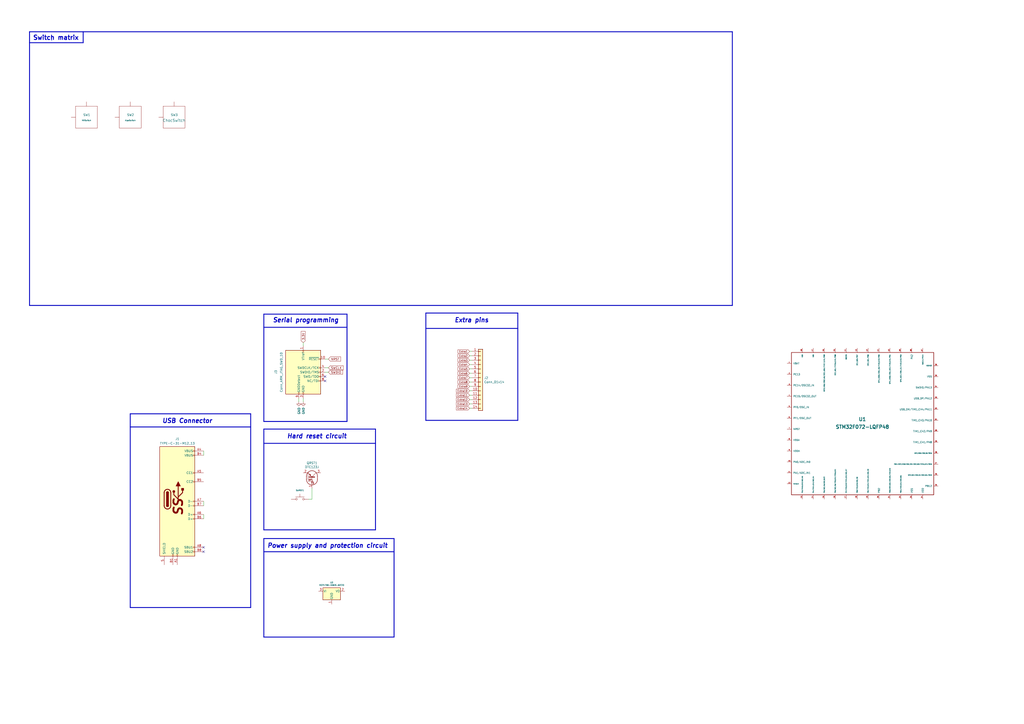
<source format=kicad_sch>
(kicad_sch (version 20230121) (generator eeschema)
  (paper "A2")
  (title_block (title "ArcticPCB") (date "2019-09-21") (rev "pre-Alpha") (company "Designed by Gondolindrim in Partnership with ArcticFox") (comment 1 "Acheron 40-SM-O-MX-TH-WI codename SharkPCB"))
  (lib_symbols
    (symbol "Connector:Conn_ARM_JTAG_SWD_10" (pin_names (offset 1.016))
      (property "Reference" "J" (at -2.54 16.51 0))
      (property "Value" "Conn_ARM_JTAG_SWD_10" (at -2.54 13.97 0))
      (symbol "Conn_ARM_JTAG_SWD_10_0_1"
        (rectangle (start -10.16 12.7) (end 10.16 -12.7) (stroke (width 0.254)) (fill (type background)))
        (rectangle (start -2.794 -12.7) (end -2.286 -11.684))
        (rectangle (start -0.254 -12.7) (end 0.254 -11.684))
        (rectangle (start -0.254 12.7) (end 0.254 11.684))
        (rectangle (start 9.144 2.286) (end 10.16 2.794))
        (rectangle (start 10.16 -2.794) (end 9.144 -2.286))
        (rectangle (start 10.16 -0.254) (end 9.144 0.254))
        (rectangle (start 10.16 7.874) (end 9.144 7.366))
      )
      (symbol "Conn_ARM_JTAG_SWD_10_1_1"
        (rectangle (start 9.144 -5.334) (end 10.16 -4.826))
        (pin power_in line (at 0 15.24 270) (length 2.54) (name "VTref") (number "1"))
        (pin open_collector line (at 12.7 7.62 180) (length 2.54) (name "~{RESET}") (number "10"))
        (pin bidirectional line (at 12.7 0 180) (length 2.54) (name "SWDIO/TMS") (number "2"))
        (pin power_in line (at 0 -15.24 90) (length 2.54) (name "GND") (number "3"))
        (pin output line (at 12.7 2.54 180) (length 2.54) (name "SWDCLK/TCK") (number "4"))
        (pin passive line (at 0 -15.24 90) (length 2.54) hide (name "GND") (number "5"))
        (pin input line (at 12.7 -2.54 180) (length 2.54) (name "SWO/TDO") (number "6"))
        (pin no_connect line (at -10.16 0 0) (length 2.54) hide (name "KEY") (number "7"))
        (pin output line (at 12.7 -5.08 180) (length 2.54) (name "NC/TDI") (number "8"))
        (pin passive line (at -2.54 -15.24 90) (length 2.54) (name "GNDDetect") (number "9"))
      )
    )
    (symbol "Connector_Generic:Conn_01x14" (pin_names (offset 1.016) hide)
      (property "Reference" "J" (at 0 17.78 0))
      (property "Value" "Conn_01x14" (at 0 -20.32 0))
      (symbol "Conn_01x14_1_1"
        (rectangle (start -1.27 -17.653) (end 0 -17.907) (stroke (width 0.1524)))
        (rectangle (start -1.27 -15.113) (end 0 -15.367) (stroke (width 0.1524)))
        (rectangle (start -1.27 -12.573) (end 0 -12.827) (stroke (width 0.1524)))
        (rectangle (start -1.27 -10.033) (end 0 -10.287) (stroke (width 0.1524)))
        (rectangle (start -1.27 -7.493) (end 0 -7.747) (stroke (width 0.1524)))
        (rectangle (start -1.27 -4.953) (end 0 -5.207) (stroke (width 0.1524)))
        (rectangle (start -1.27 -2.413) (end 0 -2.667) (stroke (width 0.1524)))
        (rectangle (start -1.27 0.127) (end 0 -0.127) (stroke (width 0.1524)))
        (rectangle (start -1.27 2.667) (end 0 2.413) (stroke (width 0.1524)))
        (rectangle (start -1.27 5.207) (end 0 4.953) (stroke (width 0.1524)))
        (rectangle (start -1.27 7.747) (end 0 7.493) (stroke (width 0.1524)))
        (rectangle (start -1.27 10.287) (end 0 10.033) (stroke (width 0.1524)))
        (rectangle (start -1.27 12.827) (end 0 12.573) (stroke (width 0.1524)))
        (rectangle (start -1.27 15.367) (end 0 15.113) (stroke (width 0.1524)))
        (rectangle (start -1.27 16.51) (end 1.27 -19.05) (stroke (width 0.254)) (fill (type background)))
        (pin passive line (at -5.08 15.24 0) (length 3.81) (name "Pin_1") (number "1"))
        (pin passive line (at -5.08 -7.62 0) (length 3.81) (name "Pin_10") (number "10"))
        (pin passive line (at -5.08 -10.16 0) (length 3.81) (name "Pin_11") (number "11"))
        (pin passive line (at -5.08 -12.7 0) (length 3.81) (name "Pin_12") (number "12"))
        (pin passive line (at -5.08 -15.24 0) (length 3.81) (name "Pin_13") (number "13"))
        (pin passive line (at -5.08 -17.78 0) (length 3.81) (name "Pin_14") (number "14"))
        (pin passive line (at -5.08 12.7 0) (length 3.81) (name "Pin_2") (number "2"))
        (pin passive line (at -5.08 10.16 0) (length 3.81) (name "Pin_3") (number "3"))
        (pin passive line (at -5.08 7.62 0) (length 3.81) (name "Pin_4") (number "4"))
        (pin passive line (at -5.08 5.08 0) (length 3.81) (name "Pin_5") (number "5"))
        (pin passive line (at -5.08 2.54 0) (length 3.81) (name "Pin_6") (number "6"))
        (pin passive line (at -5.08 0 0) (length 3.81) (name "Pin_7") (number "7"))
        (pin passive line (at -5.08 -2.54 0) (length 3.81) (name "Pin_8") (number "8"))
        (pin passive line (at -5.08 -5.08 0) (length 3.81) (name "Pin_9") (number "9"))
      )
    )
    (symbol "Switch:SW_Push" (pin_numbers hide) (pin_names (offset 1.016) hide)
      (property "Reference" "SW" (at 1.27 2.54 0))
      (property "Value" "SW_Push" (at 0 -1.524 0))
      (symbol "SW_Push_0_1"
        (circle (center -2.032 0) (radius 0.508))
        (polyline (pts (xy 0 1.27) (xy 0 3.048)))
        (polyline (pts (xy 2.54 1.27) (xy -2.54 1.27)))
        (circle (center 2.032 0) (radius 0.508))
        (pin passive line (at -5.08 0 0) (length 2.54) (name "1") (number "1"))
        (pin passive line (at 5.08 0 180) (length 2.54) (name "2") (number "2"))
      )
    )
    (symbol "Transistor_BJT:DTC123J" (pin_names (offset 0) hide)
      (property "Reference" "Q" (at 5.08 1.905 0))
      (property "Value" "DTC123J" (at 5.08 0 0))
      (symbol "DTC123J_0_0"
        (text "2k2" (at -3.302 0.889 0) (effects (font (size 0.508 0.508))))
        (text "47k" (at -2.159 -1.524 900) (effects (font (size 0.508 0.508))))
      )
      (symbol "DTC123J_0_1"
        (circle (center -1.27 0) (radius 0.127))
        (arc (start -1.27 3.175) (mid -4.4312 0) (end -1.27 -3.175) (stroke (width 0.254)))
        (polyline (pts (xy -3.429 0) (xy -3.81 0)))
        (polyline (pts (xy -1.27 -3.175) (xy 0.635 -3.175)) (stroke (width 0.254)))
        (polyline (pts (xy -1.27 3.175) (xy 0.635 3.175)) (stroke (width 0.254)))
        (polyline (pts (xy 0 -0.254) (xy 2.54 2.286)))
        (polyline (pts (xy 0.127 1.524) (xy 0.127 -1.651)) (stroke (width 0.508)) (fill (type outline)))
        (polyline (pts (xy 2.54 2.286) (xy 2.54 2.54)))
        (polyline (pts (xy 2.54 -2.286) (xy 0 0.254) (xy 0 0.254)))
        (polyline (pts (xy 0.889 -1.143) (xy 1.397 -0.635) (xy 1.905 -1.651) (xy 0.889 -1.143)) (fill (type outline)))
        (polyline (pts (xy 0 0) (xy -1.905 0) (xy -2.032 0.508) (xy -2.286 -0.508) (xy -2.54 0.508) (xy -2.794 -0.508) (xy -3.048 0.508) (xy -3.302 -0.508) (xy -3.429 0)))
        (polyline (pts (xy -1.27 0) (xy -1.27 -0.381) (xy -0.762 -0.508) (xy -1.778 -0.762) (xy -0.762 -1.016) (xy -1.778 -1.27) (xy -0.762 -1.524) (xy -1.778 -1.778) (xy -1.27 -1.905) (xy -1.27 -2.286) (xy 2.54 -2.286)))
        (arc (start 0.635 -3.175) (mid 3.7962 0) (end 0.635 3.175) (stroke (width 0.254)))
        (circle (center 2.54 -2.286) (radius 0.127))
      )
      (symbol "DTC123J_1_1"
        (pin input line (at -6.35 0 0) (length 2.54) (name "B") (number "1"))
        (pin passive line (at 2.54 -5.08 90) (length 2.54) (name "E") (number "2"))
        (pin passive line (at 2.54 5.08 270) (length 2.54) (name "C") (number "3"))
      )
    )
    (symbol "power:GND" (power) (pin_names (offset 0))
      (property "Value" "GND" (at 0 -3.81 0))
      (symbol "GND_0_1"
        (polyline (pts (xy 0 0) (xy 0 -1.27) (xy 1.27 -1.27) (xy 0 -2.54) (xy -1.27 -1.27) (xy 0 -1.27)))
      )
      (symbol "GND_1_1"
        (pin power_in line (at 0 0 270) (length 0) hide (name "GND") (number "1"))
      )
    )
    (symbol "ruler-rescue:MCP1700-3302E_SOT23-Regulator_Linear" (pin_names (offset 0.254))
      (property "Reference" "U" (at -3.81 3.175 0))
      (property "Value" "Regulator_Linear_MCP1700-3302E_SOT23" (at 0 3.175 0))
      (symbol "MCP1700-3302E_SOT23-Regulator_Linear_0_1"
        (rectangle (start -5.08 1.905) (end 5.08 -5.08) (stroke (width 0.254)) (fill (type background)))
      )
      (symbol "MCP1700-3302E_SOT23-Regulator_Linear_1_1"
        (pin power_in line (at 0 -7.62 90) (length 2.54) (name "GND") (number "1"))
        (pin power_out line (at 7.62 0 180) (length 2.54) (name "VO") (number "2"))
        (pin power_in line (at -7.62 0 0) (length 2.54) (name "VI") (number "3"))
      )
    )
    (symbol "ruler-rescue:MXSwitch-acheronSymbols" (pin_names (offset 1.016))
      (property "Reference" "SW" (at 0 0 0))
      (property "Value" "acheronSymbols_MXSwitch" (at 0 -3.81 0))
      (symbol "MXSwitch-acheronSymbols_0_1"
        (rectangle (start -6.35 6.35) (end 6.35 -6.35))
        (polyline (pts (xy -6.35 0) (xy -8.89 0)))
        (polyline (pts (xy 0 6.35) (xy 0 8.89)))
      )
      (symbol "MXSwitch-acheronSymbols_1_1"
        (pin output line (at -8.89 0 0) (length 2.54) hide (name "Col") (number "1"))
        (pin input line (at 0 8.89 270) (length 2.54) hide (name "Row") (number "2"))
      )
    )
    (symbol "ruler-rescue:STM32F072-LQFP48-acheronSymbols" (pin_names (offset 1.016))
      (property "Reference" "U" (at 0 1.27 0))
      (property "Value" "acheronSymbols_STM32F072-LQFP48" (at 0 -2.54 0))
      (symbol "STM32F072-LQFP48-acheronSymbols_0_1"
        (rectangle (start 41.91 41.91) (end -40.64 -40.64) (stroke (width 0.3048)))
      )
      (symbol "STM32F072-LQFP48-acheronSymbols_1_1"
        (pin power_in line (at -43.18 35.56 0) (length 2.54) (name "VBAT") (number "1"))
        (pin bidirectional line (at -43.18 -21.59 0) (length 2.54) (name "PA0/ADC_IN0") (number "10"))
        (pin bidirectional line (at -43.18 -27.94 0) (length 2.54) (name "PA1/ADC_IN1") (number "11"))
        (pin bidirectional line (at -43.18 -34.29 0) (length 2.54) (name "PA2/ADC_IN2") (number "12"))
        (pin bidirectional line (at -34.29 -43.18 90) (length 2.54) (name "PA3/TIM15_CH2/ADC_IN3") (number "13"))
        (pin bidirectional line (at -27.94 -43.18 90) (length 2.54) (name "PA4/TIM14_CH1/ADC_IN4") (number "14"))
        (pin bidirectional line (at -21.59 -43.18 90) (length 2.54) (name "PA5/ADC_IN5/DAC_OUT2") (number "15"))
        (pin bidirectional line (at -15.24 -43.18 90) (length 2.54) (name "PA6/ADC_IN6/TIM3_CH1/TIM16_CH1") (number "16"))
        (pin bidirectional line (at -8.89 -43.18 90) (length 2.54) (name "PA7/TIM3_CH2/TIM14_CH1/ADC_IN7") (number "17"))
        (pin bidirectional line (at -2.54 -43.18 90) (length 2.54) (name "PB0/TIM3_CH3/ADC_IN8") (number "18"))
        (pin bidirectional line (at 3.81 -43.18 90) (length 2.54) (name "PB1/TIM3_CH4/TIM14_CH1/ADC_IN9") (number "19"))
        (pin bidirectional line (at -43.18 29.21 0) (length 2.54) (name "PC13") (number "2"))
        (pin bidirectional line (at 10.16 -43.18 90) (length 2.54) (name "PB2") (number "20"))
        (pin bidirectional line (at 16.51 -43.18 90) (length 2.54) (name "PB10/SPI2_SCK/I2C2_SCL/TIM2_CH3") (number "21"))
        (pin bidirectional line (at 22.86 -43.18 90) (length 2.54) (name "PB11/TIM2_CH4/I2C2_SDA") (number "22"))
        (pin power_in line (at 29.21 -43.18 90) (length 2.54) (name "VSS") (number "23"))
        (pin power_in line (at 35.56 -43.18 90) (length 2.54) (name "VDD") (number "24"))
        (pin bidirectional line (at 44.45 -35.56 180) (length 2.54) (name "PB12") (number "25"))
        (pin bidirectional line (at 44.45 -29.21 180) (length 2.54) (name "SPI2_SCK/I2S2_CK/I2C2_SCL/PB13") (number "26"))
        (pin bidirectional line (at 44.45 -22.86 180) (length 2.54) (name "PB14/SPI2_MISO/I2S2_MCK/I2C2_SDA/TIM15_CH1/PB15") (number "27"))
        (pin bidirectional line (at 44.45 -16.51 180) (length 2.54) (name "SPI2_MOSI/I2S2_SD/PB15") (number "28"))
        (pin bidirectional line (at 44.45 -10.16 180) (length 2.54) (name "TIM1_CH1/PA8") (number "29"))
        (pin bidirectional line (at -43.18 22.86 0) (length 2.54) (name "PC14/OSC32_IN") (number "3"))
        (pin bidirectional line (at 44.45 -3.81 180) (length 2.54) (name "TIM1_CH2/PA9") (number "30"))
        (pin bidirectional line (at 44.45 2.54 180) (length 2.54) (name "TIM1_CH3/PA10") (number "31"))
        (pin bidirectional line (at 44.45 8.89 180) (length 2.54) (name "USB_DM/TIM1_CH4/PA11") (number "32"))
        (pin bidirectional line (at 44.45 15.24 180) (length 2.54) (name "USB_DP/PA12") (number "33"))
        (pin bidirectional line (at 44.45 21.59 180) (length 2.54) (name "SWDIO/PA13") (number "34"))
        (pin power_in line (at 44.45 27.94 180) (length 2.54) (name "VSS") (number "35"))
        (pin power_in line (at 44.45 34.29 180) (length 2.54) (name "VDDIO2") (number "36"))
        (pin bidirectional line (at 35.56 44.45 270) (length 2.54) (name "SWCLK/PA14") (number "37"))
        (pin bidirectional line (at 29.21 44.45 270) (length 2.54) (name "PA2") (number "38"))
        (pin bidirectional line (at 22.86 44.45 270) (length 2.54) (name "SPI1_SCK/I2S1_CK/TIM2_CH2/PB3") (number "39"))
        (pin bidirectional line (at -43.18 16.51 0) (length 2.54) (name "PC15/OSC32_OUT") (number "4"))
        (pin bidirectional line (at 16.51 44.45 270) (length 2.54) (name "SPI1_MISO/I2S1_MCK/TIM3_CH1/PB4") (number "40"))
        (pin bidirectional line (at 10.16 44.45 270) (length 2.54) (name "SPI1_MOSI/I2S1_SD/TIM3_CH2/PB5") (number "41"))
        (pin bidirectional line (at 3.81 44.45 270) (length 2.54) (name "I2C1_SCL/PB6") (number "42"))
        (pin bidirectional line (at -2.54 44.45 270) (length 2.54) (name "2C1_SDA/PB7") (number "43"))
        (pin output line (at -8.89 44.45 270) (length 2.54) (name "BOOT0") (number "44"))
        (pin bidirectional line (at -15.24 44.45 270) (length 2.54) (name "I2C1_SCL/TIM16_CH1/PB8") (number "45"))
        (pin input line (at -21.59 44.45 270) (length 2.54) (name "SPI2_NSS/I2S2_WS/I2C1_SDA/TIM17_CH1/PB9") (number "46"))
        (pin input line (at -27.94 44.45 270) (length 2.54) (name "VSS") (number "47"))
        (pin input line (at -34.29 44.45 270) (length 2.54) (name "VDD") (number "48"))
        (pin bidirectional line (at -43.18 10.16 0) (length 2.54) (name "PF0/OSC_IN") (number "5"))
        (pin bidirectional line (at -43.18 3.81 0) (length 2.54) (name "PF1/OSC_OUT") (number "6"))
        (pin input line (at -43.18 -2.54 0) (length 2.54) (name "NRST") (number "7"))
        (pin power_in line (at -43.18 -8.89 0) (length 2.54) (name "VSSA") (number "8"))
        (pin power_in line (at -43.18 -15.24 0) (length 2.54) (name "VDDA") (number "9"))
      )
    )
    (symbol "ruler-rescue:TYPE-C-31-M12_13-acheronSymbols" (pin_names (offset 1.016))
      (property "Reference" "J" (at -1.27 35.56 0))
      (property "Value" "acheronSymbols_TYPE-C-31-M12_13" (at 10.16 33.02 0))
      (symbol "TYPE-C-31-M12_13-acheronSymbols_0_0"
        (rectangle (start -0.254 -31.75) (end 0.254 -30.734))
        (rectangle (start 10.16 -28.956) (end 9.144 -29.464))
        (rectangle (start 10.16 -26.416) (end 9.144 -26.924))
        (rectangle (start 10.16 -9.906) (end 9.144 -10.414))
        (rectangle (start 10.16 -7.366) (end 9.144 -7.874))
        (rectangle (start 10.16 -2.286) (end 9.144 -2.794))
        (rectangle (start 10.16 0.254) (end 9.144 -0.254))
        (rectangle (start 10.16 11.684) (end 9.144 11.176))
        (rectangle (start 10.16 16.764) (end 9.144 16.256))
        (rectangle (start 10.16 29.464) (end 9.144 28.956))
        (text "SS" (at 0.508 -3.175 900) (effects (font (size 5.08 5.08) bold italic)))
      )
      (symbol "TYPE-C-31-M12_13-acheronSymbols_0_1"
        (rectangle (start -10.16 31.75) (end 10.16 -31.75) (stroke (width 0.254)) (fill (type background)))
        (arc (start -7.62 -2.54) (mid -5.715 -4.4367) (end -3.81 -2.54) (stroke (width 0.508)))
        (arc (start -6.35 -2.54) (mid -5.715 -3.1723) (end -5.08 -2.54) (stroke (width 0.254)))
        (arc (start -6.35 -2.54) (mid -5.715 -3.1723) (end -5.08 -2.54) (stroke (width 0.254)) (fill (type outline)))
        (rectangle (start -6.35 -2.54) (end -5.08 5.08) (stroke (width 0.254)) (fill (type outline)))
        (arc (start -5.08 5.08) (mid -5.715 5.7123) (end -6.35 5.08) (stroke (width 0.254)))
        (arc (start -5.08 5.08) (mid -5.715 5.7123) (end -6.35 5.08) (stroke (width 0.254)) (fill (type outline)))
        (arc (start -3.81 5.08) (mid -5.715 6.9767) (end -7.62 5.08) (stroke (width 0.508)))
        (circle (center -2.032 5.715) (radius 0.635) (stroke (width 0.254)) (fill (type outline)))
        (polyline (pts (xy -7.62 -2.54) (xy -7.62 5.08)) (stroke (width 0.508)))
        (polyline (pts (xy -3.81 5.08) (xy -3.81 -2.54)) (stroke (width 0.508)))
        (polyline (pts (xy 0.508 0) (xy 0.508 8.89)) (stroke (width 0.508)))
        (polyline (pts (xy 0.508 1.27) (xy -2.032 3.81) (xy -2.032 5.08)) (stroke (width 0.508)))
        (polyline (pts (xy 0.508 2.54) (xy 3.048 5.08) (xy 3.048 6.35)) (stroke (width 0.508)))
        (polyline (pts (xy -0.762 8.89) (xy 0.508 11.43) (xy 1.778 8.89) (xy -0.762 8.89)) (stroke (width 0.254)) (fill (type outline)))
        (rectangle (start 2.413 6.35) (end 3.683 7.62) (stroke (width 0.254)) (fill (type outline)))
      )
      (symbol "TYPE-C-31-M12_13-acheronSymbols_1_1"
        (rectangle (start -2.794 -31.75) (end -2.286 -30.734))
        (rectangle (start 10.16 26.924) (end 9.144 26.416))
        (pin power_out line (at 0 -36.83 90) (length 5.08) (name "GND") (number "A1"))
        (pin power_out line (at 15.24 29.21 180) (length 5.08) (name "VBUS") (number "A4"))
        (pin bidirectional line (at 15.24 16.51 180) (length 5.08) (name "CC1") (number "A5"))
        (pin bidirectional line (at 15.24 -7.62 180) (length 5.08) (name "D+") (number "A6"))
        (pin bidirectional line (at 15.24 0 180) (length 5.08) (name "D-") (number "A7"))
        (pin bidirectional line (at 15.24 -26.67 180) (length 5.08) (name "SBU1") (number "A8"))
        (pin power_out line (at -2.54 -36.83 90) (length 5.08) (name "GND") (number "B1"))
        (pin power_out line (at 15.24 26.67 180) (length 5.08) (name "VBUS") (number "B4"))
        (pin bidirectional line (at 15.24 11.43 180) (length 5.08) (name "CC2") (number "B5"))
        (pin bidirectional line (at 15.24 -10.16 180) (length 5.08) (name "D+") (number "B6"))
        (pin bidirectional line (at 15.24 -2.54 180) (length 5.08) (name "D-") (number "B7"))
        (pin bidirectional line (at 15.24 -29.21 180) (length 5.08) (name "SBU2") (number "B8"))
        (pin passive line (at -7.62 -36.83 90) (length 5.08) (name "SHIELD") (number "S"))
      )
    )
  )
  (no_connect (at 118.11 317.5))
  (no_connect (at 118.11 320.04))
  (no_connect (at 188.595 218.44))
  (no_connect (at 188.595 220.98))
  (wire (pts (xy 190.5 215.9) (xy 188.595 215.9)))
  (polyline (pts (xy 201.295 182.245) (xy 201.295 244.475)) (stroke (width 0.508)))
  (polyline (pts (xy 153.035 248.92) (xy 217.805 248.92)) (stroke (width 0.508)))
  (polyline (pts (xy 153.035 312.42) (xy 228.6 312.42)) (stroke (width 0.508)))
  (polyline (pts (xy 247.015 190.5) (xy 300.355 190.5)) (stroke (width 0.508)))
  (wire (pts (xy 175.895 200.66) (xy 175.895 198.755)))
  (wire (pts (xy 273.685 219.075) (xy 272.415 219.075)))
  (polyline (pts (xy 153.035 257.175) (xy 217.805 257.175)) (stroke (width 0.508)))
  (polyline (pts (xy 153.035 369.57) (xy 153.035 312.42)) (stroke (width 0.508)))
  (wire (pts (xy 272.415 226.695) (xy 273.685 226.695)))
  (polyline (pts (xy 17.145 18.415) (xy 424.815 18.415)) (stroke (width 0.508)))
  (wire (pts (xy 272.415 211.455) (xy 273.685 211.455)))
  (wire (pts (xy 179.07 289.56) (xy 180.975 289.56)))
  (wire (pts (xy 272.415 221.615) (xy 273.685 221.615)))
  (polyline (pts (xy 17.145 177.165) (xy 424.815 177.165)) (stroke (width 0.508)))
  (polyline (pts (xy 300.355 243.84) (xy 300.355 181.61)) (stroke (width 0.508)))
  (wire (pts (xy 180.975 283.21) (xy 180.975 289.56)))
  (polyline (pts (xy 17.145 24.765) (xy 48.26 24.765)) (stroke (width 0.508)))
  (polyline (pts (xy 145.415 352.425) (xy 145.415 240.03)) (stroke (width 0.508)))
  (polyline (pts (xy 75.565 352.425) (xy 145.415 352.425)) (stroke (width 0.508)))
  (wire (pts (xy 272.415 236.855) (xy 273.685 236.855)))
  (wire (pts (xy 272.415 206.375) (xy 273.685 206.375)))
  (polyline (pts (xy 424.815 177.165) (xy 424.815 18.415)) (stroke (width 0.508)))
  (polyline (pts (xy 75.565 247.65) (xy 145.415 247.65)) (stroke (width 0.508)))
  (wire (pts (xy 190.5 208.28) (xy 188.595 208.28)))
  (wire (pts (xy 272.415 216.535) (xy 273.685 216.535)))
  (wire (pts (xy 175.895 231.14) (xy 175.895 233.045)))
  (polyline (pts (xy 228.6 369.57) (xy 153.035 369.57)) (stroke (width 0.508)))
  (polyline (pts (xy 153.035 244.475) (xy 201.295 244.475)) (stroke (width 0.508)))
  (wire (pts (xy 118.11 290.83) (xy 118.11 293.37)))
  (wire (pts (xy 273.685 213.995) (xy 272.415 213.995)))
  (polyline (pts (xy 228.6 312.42) (xy 228.6 369.57)) (stroke (width 0.508)))
  (polyline (pts (xy 48.26 24.765) (xy 48.26 18.415)) (stroke (width 0.508)))
  (wire (pts (xy 273.685 229.235) (xy 272.415 229.235)))
  (wire (pts (xy 272.415 231.775) (xy 273.685 231.775)))
  (polyline (pts (xy 153.035 248.92) (xy 153.035 307.34)) (stroke (width 0.508)))
  (polyline (pts (xy 153.035 320.04) (xy 228.6 320.04)) (stroke (width 0.508)))
  (polyline (pts (xy 153.035 182.245) (xy 201.295 182.245)) (stroke (width 0.508)))
  (wire (pts (xy 273.685 234.315) (xy 272.415 234.315)))
  (polyline (pts (xy 217.805 248.92) (xy 217.805 307.34)) (stroke (width 0.508)))
  (polyline (pts (xy 17.145 18.415) (xy 17.145 177.165)) (stroke (width 0.508)))
  (wire (pts (xy 173.355 231.14) (xy 173.355 233.045)))
  (wire (pts (xy 273.685 208.915) (xy 272.415 208.915)))
  (polyline (pts (xy 247.015 243.84) (xy 300.355 243.84)) (stroke (width 0.508)))
  (polyline (pts (xy 153.035 182.245) (xy 153.035 244.475)) (stroke (width 0.508)))
  (polyline (pts (xy 145.415 240.03) (xy 75.565 240.03)) (stroke (width 0.508)))
  (wire (pts (xy 118.11 261.62) (xy 118.11 264.16)))
  (polyline (pts (xy 217.805 307.34) (xy 153.035 307.34)) (stroke (width 0.508)))
  (wire (pts (xy 118.11 298.45) (xy 118.11 300.99)))
  (wire (pts (xy 188.595 213.36) (xy 190.5 213.36)))
  (polyline (pts (xy 153.035 189.865) (xy 201.295 189.865)) (stroke (width 0.508)))
  (polyline (pts (xy 300.355 181.61) (xy 247.015 181.61)) (stroke (width 0.508)))
  (polyline (pts (xy 75.565 240.03) (xy 75.565 352.425)) (stroke (width 0.508)))
  (wire (pts (xy 272.415 203.835) (xy 273.685 203.835)))
  (wire (pts (xy 273.685 224.155) (xy 272.415 224.155)))
  (polyline (pts (xy 247.015 181.61) (xy 247.015 243.84)) (stroke (width 0.508)))
  (text "Serial programming" (at 158.115 187.325 0) (effects (font (size 2.54 2.54) (thickness 0.508) bold italic) (justify left bottom)))
  (text "Hard reset circuit" (at 166.37 254.635 0) (effects (font (size 2.54 2.54) (thickness 0.508) bold italic) (justify left bottom)))
  (text "Power supply and protection circuit" (at 154.94 318.135 0) (effects (font (size 2.54 2.54) (thickness 0.508) bold italic) (justify left bottom)))
  (text "Extra pins" (at 263.525 187.325 0) (effects (font (size 2.54 2.54) (thickness 0.508) bold italic) (justify left bottom)))
  (text "Switch matrix" (at 29.845 23.495 0) (effects (font (size 0 0)) (justify left bottom)))
  (text "Switch matrix" (at 19.05 23.495 0) (effects (font (size 2.54 2.54) (thickness 0.508) bold) (justify left bottom)))
  (text "USB Connector" (at 93.98 245.745 0) (effects (font (size 2.54 2.54) (thickness 0.508) bold italic) (justify left bottom)))
  (global_label "Extra8" (shape input) (at 272.415 221.615 180) (effects (font (size 1.016 1.016))) (property "Intersheetrefs" "${INTERSHEET_REFS}" (effects hide)))
  (global_label "Extra2" (shape input) (at 272.415 206.375 180) (effects (font (size 1.016 1.016))) (property "Intersheetrefs" "${INTERSHEET_REFS}" (effects hide)))
  (global_label "Extra3" (shape input) (at 272.415 208.915 180) (effects (font (size 1.016 1.016))) (property "Intersheetrefs" "${INTERSHEET_REFS}" (effects hide)))
  (global_label "3.3V" (shape input) (at 175.895 198.755 90) (property "Intersheetrefs" "${INTERSHEET_REFS}" (effects hide)))
  (global_label "Extra6" (shape input) (at 272.415 216.535 180) (effects (font (size 1.016 1.016))) (property "Intersheetrefs" "${INTERSHEET_REFS}" (effects hide)))
  (global_label "SWDIO" (shape input) (at 190.5 215.9 0) (property "Intersheetrefs" "${INTERSHEET_REFS}" (effects hide)))
  (global_label "Extra13" (shape input) (at 272.415 234.315 180) (effects (font (size 1.016 1.016))) (property "Intersheetrefs" "${INTERSHEET_REFS}" (effects hide)))
  (global_label "NRST" (shape input) (at 190.5 208.28 0) (property "Intersheetrefs" "${INTERSHEET_REFS}" (effects hide)))
  (global_label "Extra9" (shape input) (at 272.415 224.155 180) (effects (font (size 1.016 1.016))) (property "Intersheetrefs" "${INTERSHEET_REFS}" (effects hide)))
  (global_label "SWCLK" (shape input) (at 190.5 213.36 0) (property "Intersheetrefs" "${INTERSHEET_REFS}" (effects hide)))
  (global_label "Extra1" (shape input) (at 272.415 203.835 180) (effects (font (size 1.016 1.016))) (property "Intersheetrefs" "${INTERSHEET_REFS}" (effects hide)))
  (global_label "Extra5" (shape input) (at 272.415 213.995 180) (effects (font (size 1.016 1.016))) (property "Intersheetrefs" "${INTERSHEET_REFS}" (effects hide)))
  (global_label "Extra12" (shape input) (at 272.415 231.775 180) (effects (font (size 1.016 1.016))) (property "Intersheetrefs" "${INTERSHEET_REFS}" (effects hide)))
  (global_label "Extra11" (shape input) (at 272.415 229.235 180) (effects (font (size 1.016 1.016))) (property "Intersheetrefs" "${INTERSHEET_REFS}" (effects hide)))
  (global_label "Extra7" (shape input) (at 272.415 219.075 180) (effects (font (size 1.016 1.016))) (property "Intersheetrefs" "${INTERSHEET_REFS}" (effects hide)))
  (global_label "Extra10" (shape input) (at 272.415 226.695 180) (effects (font (size 1.016 1.016))) (property "Intersheetrefs" "${INTERSHEET_REFS}" (effects hide)))
  (global_label "Extra4" (shape input) (at 272.415 211.455 180) (effects (font (size 1.016 1.016))) (property "Intersheetrefs" "${INTERSHEET_REFS}" (effects hide)))
  (global_label "Extra14" (shape input) (at 272.415 236.855 180) (effects (font (size 1.016 1.016))) (property "Intersheetrefs" "${INTERSHEET_REFS}" (effects hide)))
  (symbol (lib_id "ruler-rescue:MXSwitch-acheronSymbols") (at 50.165 67.945 0) (unit 1)
    (property "Reference" "SW1" (at 48.26 66.675 0) (effects (justify left)))
    (property "Value" "MXSwitch" (at 50.165 69.85 0) (effects (font (size 0.762 0.762))))
    (property "Footprint" "acheron_MX:MX100" (effects hide))
  )
  (symbol (lib_id "ruler-rescue:MXSwitch-acheronSymbols") (at 75.565 67.945 0) (unit 1)
    (property "Reference" "SW2" (at 73.66 66.675 0) (effects (justify left)))
    (property "Value" "AlpsSwitch" (at 75.565 69.85 0) (effects (font (size 0.762 0.762))))
    (property "Footprint" "acheron_MX_SolderMask:MXA100" (effects hide))
  )
  (symbol (lib_id "ruler-rescue:MXSwitch-acheronSymbols") (at 100.965 67.945 0) (unit 1)
    (property "Reference" "SW3" (at 99.06 66.675 0) (effects (justify left)))
    (property "Value" "ChocSwitch" (at 100.965 69.85 0) (effects (font (size 1.524 1.524))))
    (property "Footprint" "acheron_Choc:C100" (effects hide))
  )
  (symbol (lib_id "power:GND") (at 175.895 233.045 0) (unit 1)
    (property "Reference" "#PWR0103" (effects hide))
    (property "Value" "GND" (at 176.022 236.2962 90) (effects (justify right)))
  )
  (symbol (lib_id "Transistor_BJT:DTC123J") (at 180.975 276.86 270) (mirror x) (unit 1)
    (property "Reference" "QRST1" (at 180.975 268.605 90))
    (property "Value" "DTC123J" (at 180.975 270.9164 90))
    (property "Footprint" "Package_TO_SOT_SMD:SOT-23" (effects hide))
  )
  (symbol (lib_id "ruler-rescue:STM32F072-LQFP48-acheronSymbols") (at 499.745 246.38 0) (unit 1)
    (property "Reference" "U1" (at 497.84 243.205 0) (effects (font (size 2.0066 2.0066) bold) (justify left)))
    (property "Value" "STM32F072-LQFP48" (at 484.505 247.65 0) (effects (font (size 2.0066 2.0066) bold) (justify left)))
    (property "Footprint" "acheron_Components:LQFP-48_7x7mm_P0.5mm" (effects hide))
  )
  (symbol (lib_id "ruler-rescue:TYPE-C-31-M12_13-acheronSymbols") (at 102.87 290.83 0) (unit 1)
    (property "Reference" "J1" (at 102.87 254.635 0))
    (property "Value" "TYPE-C-31-M12_13" (at 102.87 257.175 0))
    (property "Footprint" "acheron_Connectors:TYPE-C-31-M-12" (effects hide))
    (property "Datasheet" "https://www.usb.org/sites/default/files/documents/usb_type-c.zip" (effects hide))
  )
  (symbol (lib_id "ruler-rescue:MCP1700-3302E_SOT23-Regulator_Linear") (at 192.405 342.9 0) (unit 1)
    (property "Reference" "U3" (at 192.405 337.8708 0) (effects (font (size 0.7874 0.7874))))
    (property "Value" "MCP1700-3302E_SOT23" (at 192.405 339.4456 0) (effects (font (size 0.7874 0.7874))))
    (property "Footprint" "Package_TO_SOT_SMD:SOT-23" (effects hide))
    (property "Datasheet" "http://ww1.microchip.com/downloads/en/DeviceDoc/20001826C.pdf" (effects hide))
  )
  (symbol (lib_id "Connector:Conn_ARM_JTAG_SWD_10") (at 175.895 215.9 0) (unit 1)
    (property "Reference" "J3" (at 160.02 214.63 90) (effects (justify right)))
    (property "Value" "Conn_ARM_JTAG_SWD_10" (at 163.195 215.9 90))
    (property "Footprint" "acheron_Connectors:Conn_ARM_JTAG_SWD_10" (effects hide))
    (property "Datasheet" "http://infocenter.arm.com/help/topic/com.arm.doc.ddi0314h/DDI0314H_coresight_components_trm.pdf" (effects hide))
  )
  (symbol (lib_id "power:GND") (at 173.355 233.045 0) (unit 1)
    (property "Reference" "#PWR0115" (effects hide))
    (property "Value" "GND" (at 173.482 236.2962 90) (effects (justify right)))
  )
  (symbol (lib_id "Connector_Generic:Conn_01x14") (at 278.765 219.075 0) (unit 1)
    (property "Reference" "J2" (at 280.797 219.2528 0) (effects (justify left)))
    (property "Value" "Conn_01x14" (at 280.797 221.615 0) (effects (justify left)))
    (property "Footprint" "acheron_Connectors:PinHeader_1x14_P2.54mm_Vertical" (effects hide))
  )
  (symbol (lib_id "Switch:SW_Push") (at 173.99 289.56 0) (unit 1)
    (property "Reference" "SWRST1" (at 173.99 284.48 0) (effects (font (size 0.7874 0.7874))))
    (property "Value" "SW_Push" (effects hide))
    (property "Footprint" "acheron_Hardware:smdPushBtn" (effects hide))
  )
)
</source>
